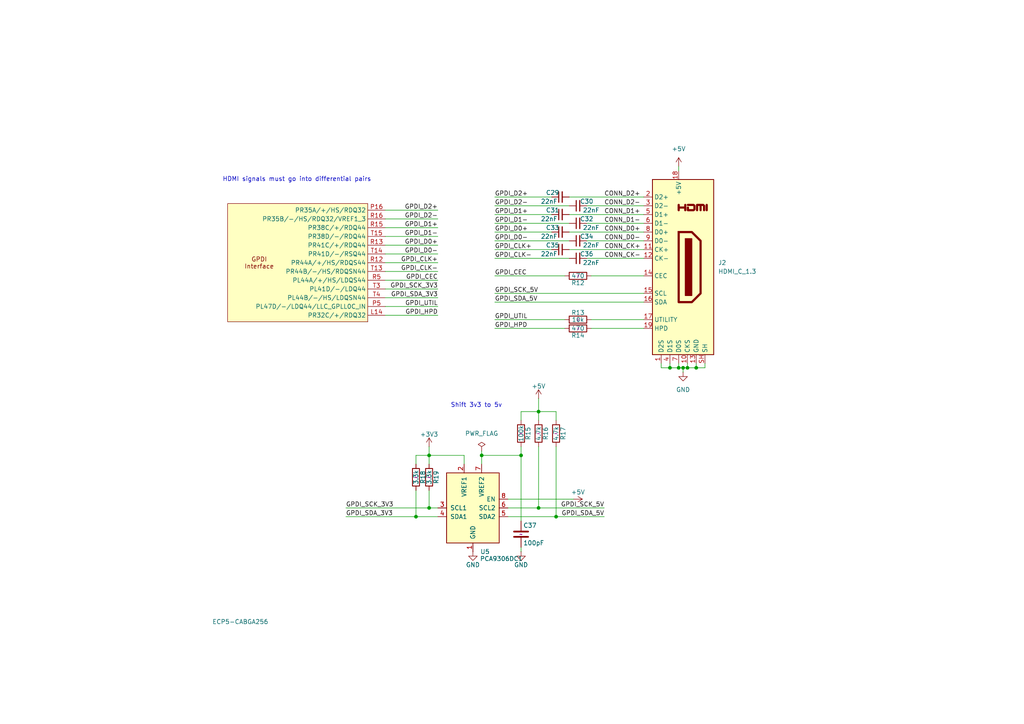
<source format=kicad_sch>
(kicad_sch (version 20250114) (generator "eeschema") (generator_version "9.0")
  (paper "A4")
  (title_block (title "Icepi zero") (date "2025-06-16") (rev "v1.2") (company "Chengyin Yao (cheyao)") (comment 1 "https://github.com/cheyao/icepi-zero") (comment 9 "OSHWA FR000026"))
  (lib_symbols
    (symbol "Connector:HDMI_C_1.3"
      (property "Reference" "J" (at -6.35 26.67 0))
      (property "Value" "HDMI_C_1.3" (at 10.16 26.67 0))
      (symbol "HDMI_C_1.3_0_0"
        (polyline (pts (xy 0 16.51) (xy 0 18.034) (xy 0 17.272) (xy 1.905 17.272) (xy 1.905 18.034) (xy 1.905 16.51)) (stroke (width 0.635)))
        (polyline (pts (xy 2.667 18.034) (xy 4.318 18.034) (xy 4.572 17.78) (xy 4.572 16.764) (xy 4.318 16.51) (xy 2.667 16.51) (xy 2.667 17.272)) (stroke (width 0.635)))
        (polyline (pts (xy 8.128 16.51) (xy 8.128 18.034)) (stroke (width 0.635)))
      )
      (symbol "HDMI_C_1.3_0_1"
        (rectangle (start -7.62 25.4) (end 10.16 -25.4) (stroke (width 0.254)) (fill (type background)))
        (polyline (pts (xy 0 10.16) (xy 3.81 10.16) (xy 6.35 7.62) (xy 6.35 -7.62) (xy 3.81 -10.16) (xy 0 -10.16) (xy 0 10.16)) (stroke (width 0.635)))
        (rectangle (start 1.905 8.255) (end 3.81 -8.255) (stroke (width 0.254)) (fill (type outline)))
        (polyline (pts (xy 5.334 16.51) (xy 5.334 18.034) (xy 6.35 18.034) (xy 6.35 16.51) (xy 6.35 18.034) (xy 7.112 18.034) (xy 7.366 17.78) (xy 7.366 16.51)) (stroke (width 0.635)))
      )
      (symbol "HDMI_C_1.3_1_1"
        (pin passive line (at -10.16 20.32 0) (length 2.54) (name "D2+") (number "2"))
        (pin passive line (at -10.16 17.78 0) (length 2.54) (name "D2-") (number "3"))
        (pin passive line (at -10.16 15.24 0) (length 2.54) (name "D1+") (number "5"))
        (pin passive line (at -10.16 12.7 0) (length 2.54) (name "D1-") (number "6"))
        (pin passive line (at -10.16 10.16 0) (length 2.54) (name "D0+") (number "8"))
        (pin passive line (at -10.16 7.62 0) (length 2.54) (name "D0-") (number "9"))
        (pin passive line (at -10.16 5.08 0) (length 2.54) (name "CK+") (number "11"))
        (pin passive line (at -10.16 2.54 0) (length 2.54) (name "CK-") (number "12"))
        (pin bidirectional line (at -10.16 -2.54 0) (length 2.54) (name "CEC") (number "14"))
        (pin passive line (at -10.16 -7.62 0) (length 2.54) (name "SCL") (number "15"))
        (pin bidirectional line (at -10.16 -10.16 0) (length 2.54) (name "SDA") (number "16"))
        (pin passive line (at -10.16 -15.24 0) (length 2.54) (name "UTILITY") (number "17"))
        (pin passive line (at -10.16 -17.78 0) (length 2.54) (name "HPD") (number "19"))
        (pin power_in line (at -5.08 -27.94 90) (length 2.54) (name "D2S") (number "1"))
        (pin power_in line (at -2.54 -27.94 90) (length 2.54) (name "D1S") (number "4"))
        (pin power_in line (at 0 27.94 270) (length 2.54) (name "+5V") (number "18"))
        (pin power_in line (at 0 -27.94 90) (length 2.54) (name "D0S") (number "7"))
        (pin power_in line (at 2.54 -27.94 90) (length 2.54) (name "CKS") (number "10"))
        (pin power_in line (at 5.08 -27.94 90) (length 2.54) (name "GND") (number "13"))
        (pin passive line (at 7.62 -27.94 90) (length 2.54) (name "SH") (number "SH"))
      )
    )
    (symbol "Device:C" (pin_numbers (hide yes)) (pin_names (offset 0.254))
      (property "Reference" "C" (at 0.635 2.54 0))
      (property "Value" "C" (at 0.635 -2.54 0))
      (symbol "C_0_1"
        (polyline (pts (xy -2.032 0.762) (xy 2.032 0.762)) (stroke (width 0.508)))
        (polyline (pts (xy -2.032 -0.762) (xy 2.032 -0.762)) (stroke (width 0.508)))
      )
      (symbol "C_1_1"
        (pin passive line (at 0 3.81 270) (length 2.794) (name "~") (number "1"))
        (pin passive line (at 0 -3.81 90) (length 2.794) (name "~") (number "2"))
      )
    )
    (symbol "Device:C_Small" (pin_numbers (hide yes)) (pin_names (offset 0.254) (hide yes))
      (property "Reference" "C" (at 0.254 1.778 0))
      (property "Value" "C_Small" (at 0.254 -2.032 0))
      (symbol "C_Small_0_1"
        (polyline (pts (xy -1.524 0.508) (xy 1.524 0.508)) (stroke (width 0.3048)))
        (polyline (pts (xy -1.524 -0.508) (xy 1.524 -0.508)) (stroke (width 0.3302)))
      )
      (symbol "C_Small_1_1"
        (pin passive line (at 0 2.54 270) (length 2.032) (name "~") (number "1"))
        (pin passive line (at 0 -2.54 90) (length 2.032) (name "~") (number "2"))
      )
    )
    (symbol "Device:R" (pin_numbers (hide yes)) (pin_names (offset 0))
      (property "Reference" "R" (at 2.032 0 90))
      (property "Value" "R" (at 0 0 90))
      (symbol "R_0_1"
        (rectangle (start -1.016 -2.54) (end 1.016 2.54) (stroke (width 0.254)))
      )
      (symbol "R_1_1"
        (pin passive line (at 0 3.81 270) (length 1.27) (name "~") (number "1"))
        (pin passive line (at 0 -3.81 90) (length 1.27) (name "~") (number "2"))
      )
    )
    (symbol "Interface:PCA9306DC1" (pin_names (offset 1.016))
      (property "Reference" "U" (at -7.62 11.43 0))
      (property "Value" "PCA9306DC1" (at 3.81 11.43 0))
      (symbol "PCA9306DC1_0_1"
        (rectangle (start -7.62 10.16) (end 7.62 -10.16) (stroke (width 0.254)) (fill (type background)))
      )
      (symbol "PCA9306DC1_1_1"
        (pin bidirectional line (at -10.16 0 0) (length 2.54) (name "SCL1") (number "3"))
        (pin bidirectional line (at -10.16 -2.54 0) (length 2.54) (name "SDA1") (number "4"))
        (pin power_in line (at -2.54 12.7 270) (length 2.54) (name "VREF1") (number "2"))
        (pin power_in line (at 0 -12.7 90) (length 2.54) (name "GND") (number "1"))
        (pin power_in line (at 2.54 12.7 270) (length 2.54) (name "VREF2") (number "7"))
        (pin input line (at 10.16 2.54 180) (length 2.54) (name "EN") (number "8"))
        (pin bidirectional line (at 10.16 0 180) (length 2.54) (name "SCL2") (number "6"))
        (pin bidirectional line (at 10.16 -2.54 180) (length 2.54) (name "SDA2") (number "5"))
      )
    )
    (symbol "icepi-lib:LFE5U-25F-6BG256x"
      (property "Value" "ECP5-CABGA256" (at 8.4933 -104.14 0))
      (symbol "LFE5U-25F-6BG256x_1_1"
        (rectangle (start -47.625 10.16) (end 47.625 -10.16) (fill (type background)))
        (text "Power Block" (at -0.254 0 0) (effects (font (size 1.27 1.27))))
        (pin power_in line (at -45.72 15.24 270) (length 5.08) (name "VCC") (number "G6"))
        (pin power_in line (at -43.18 15.24 270) (length 5.08) (name "VCC") (number "G7"))
        (pin power_in line (at -40.64 15.24 270) (length 5.08) (name "VCC") (number "L8"))
        (pin power_in line (at -38.1 15.24 270) (length 5.08) (name "VCC") (number "L9"))
        (pin power_in line (at -35.56 15.24 270) (length 5.08) (name "VCC") (number "G9"))
        (pin power_in line (at -35.56 -15.24 90) (length 5.08) (name "GND") (number "A16"))
        (pin power_in line (at -33.02 15.24 270) (length 5.08) (name "VCC") (number "L10"))
        (pin power_in line (at -33.02 -15.24 90) (length 5.08) (name "GND") (number "H16"))
        (pin power_in line (at -30.48 -15.24 90) (length 5.08) (name "GND") (number "T16"))
        (pin power_in line (at -27.94 -15.24 90) (length 5.08) (name "GND") (number "D15"))
        (pin power_in line (at -25.4 15.24 270) (length 5.08) (name "VCCAUX") (number "L7"))
        (pin power_in line (at -25.4 -15.24 90) (length 5.08) (name "GND") (number "N15"))
        (pin power_in line (at -22.86 15.24 270) (length 5.08) (name "VCCAUX") (number "G11"))
        (pin power_in line (at -22.86 -15.24 90) (length 5.08) (name "GND") (number "T12"))
        (pin power_in line (at -20.32 -15.24 90) (length 5.08) (name "GND") (number "G10"))
        (pin power_in line (at -17.78 -15.24 90) (length 5.08) (name "GND") (number "H10"))
        (pin power_in line (at -15.24 15.24 270) (length 5.08) (name "VCCIO0") (number "F6"))
        (pin power_in line (at -15.24 -15.24 90) (length 5.08) (name "GND") (number "J10"))
        (pin power_in line (at -12.7 15.24 270) (length 5.08) (name "VCCIO0") (number "F7"))
        (pin power_in line (at -12.7 -15.24 90) (length 5.08) (name "GND") (number "K10"))
        (pin power_in line (at -10.16 -15.24 90) (length 5.08) (name "GND") (number "F9"))
        (pin power_in line (at -7.62 -15.24 90) (length 5.08) (name "GND") (number "H9"))
        (pin power_in line (at -5.08 15.24 270) (length 5.08) (name "VCCIO1") (number "F10"))
        (pin power_in line (at -5.08 -15.24 90) (length 5.08) (name "GND") (number "J9"))
        (pin power_in line (at -2.54 15.24 270) (length 5.08) (name "VCCIO1") (number "F11"))
        (pin power_in line (at -2.54 -15.24 90) (length 5.08) (name "GND") (number "K9"))
        (pin power_in line (at 0 -15.24 90) (length 5.08) (name "GND") (number "F8"))
        (pin power_in line (at 2.54 -15.24 90) (length 5.08) (name "GND") (number "G8"))
        (pin power_in line (at 5.08 15.24 270) (length 5.08) (name "VCCIO2") (number "J11"))
        (pin power_in line (at 5.08 -15.24 90) (length 5.08) (name "GND") (number "H8"))
        (pin power_in line (at 7.62 15.24 270) (length 5.08) (name "VCCIO2") (number "H11"))
        (pin power_in line (at 7.62 -15.24 90) (length 5.08) (name "GND") (number "J8"))
        (pin power_in line (at 10.16 -15.24 90) (length 5.08) (name "GND") (number "K8"))
        (pin power_in line (at 12.7 -15.24 90) (length 5.08) (name "GND") (number "K7"))
        (pin power_in line (at 15.24 15.24 270) (length 5.08) (name "VCCIO3") (number "L11"))
        (pin power_in line (at 15.24 -15.24 90) (length 5.08) (name "GND") (number "K6"))
        (pin power_in line (at 17.78 15.24 270) (length 5.08) (name "VCCIO3") (number "K11"))
        (pin power_in line (at 17.78 -15.24 90) (length 5.08) (name "GND") (number "T5"))
        (pin power_in line (at 20.32 -15.24 90) (length 5.08) (name "GND") (number "D2"))
        (pin power_in line (at 22.86 -15.24 90) (length 5.08) (name "GND") (number "N2"))
        (pin power_in line (at 25.4 15.24 270) (length 5.08) (name "VCCIO6") (number "J6"))
        (pin power_in line (at 25.4 -15.24 90) (length 5.08) (name "GND") (number "A1"))
        (pin power_in line (at 27.94 15.24 270) (length 5.08) (name "VCCIO6") (number "J7"))
        (pin power_in line (at 27.94 -15.24 90) (length 5.08) (name "GND") (number "H1"))
        (pin power_in line (at 30.48 -15.24 90) (length 5.08) (name "GND") (number "T1"))
        (pin power_in line (at 35.56 15.24 270) (length 5.08) (name "VCCIO7") (number "H6"))
        (pin power_in line (at 38.1 15.24 270) (length 5.08) (name "VCCIO7") (number "H7"))
        (pin power_in line (at 45.72 15.24 270) (length 5.08) (name "VCCIO8") (number "L6"))
      )
      (symbol "LFE5U-25F-6BG256x_2_1"
        (rectangle (start -7.62 5.715) (end 7.62 -5.715) (fill (type background)))
        (text "JTAG\nInterface" (at 2.032 0 0) (effects (font (size 1.27 1.27))))
        (pin output line (at -12.7 3.81 0) (length 5.08) (name "TDO") (number "M10"))
        (pin input line (at -12.7 1.27 0) (length 5.08) (name "TDI") (number "R11"))
        (pin input line (at -12.7 -1.27 0) (length 5.08) (name "TCK") (number "T10"))
        (pin input line (at -12.7 -3.81 0) (length 5.08) (name "TMS") (number "T11"))
      )
      (symbol "LFE5U-25F-6BG256x_3_1"
        (rectangle (start -25.4 8.255) (end 25.4 -8.255) (fill (type background)))
        (text "SysIO Config block" (at 8.89 -0.254 0) (effects (font (size 1.27 1.27))))
        (pin bidirectional line (at -30.48 6.35 0) (length 5.08) (name "PB15A/+/HOLDN/DI/BUSY/CSSPIN/CEN") (number "N8"))
        (pin bidirectional line (at -30.48 3.81 0) (length 5.08) (name "CCLK/MCLK/SCK") (number "N9"))
        (pin bidirectional line (at -30.48 1.27 0) (length 5.08) (name "PB11B/-/D0/MOSI/IO0") (number "T8"))
        (pin bidirectional line (at -30.48 -1.27 0) (length 5.08) (name "PB11A/+/D1/MISO/IO1") (number "T7"))
        (pin bidirectional line (at -30.48 -3.81 0) (length 5.08) (name "PL9B/-/D2/IO2") (number "M7"))
        (pin bidirectional line (at -30.48 -6.35 0) (length 5.08) (name "PL9A/+/D3/IO3") (number "N7"))
        (pin input line (at 30.48 6.35 180) (length 5.08) (name "CFG_0") (number "N10"))
        (pin input line (at 30.48 3.81 180) (length 5.08) (name "CFG_1") (number "P10"))
        (pin input line (at 30.48 1.27 180) (length 5.08) (name "CPG_2") (number "R10"))
        (pin output line (at 30.48 -1.27 180) (length 5.08) (name "DONE") (number "P9"))
        (pin bidirectional line (at 30.48 -3.81 180) (length 5.08) (name "INITN") (number "T9"))
        (pin bidirectional line (at 30.48 -6.35 180) (length 5.08) (name "PROGRAMN") (number "R9"))
      )
      (symbol "LFE5U-25F-6BG256x_4_1"
        (rectangle (start -20.32 17.145) (end 20.32 -17.145) (fill (type background)))
        (text "GPDI\nInterface" (at 11.176 0 0) (effects (font (size 1.27 1.27))))
        (pin bidirectional line (at -25.4 15.24 0) (length 5.08) (name "PR35A/+/HS/RDQ32") (number "P16"))
        (pin bidirectional line (at -25.4 12.7 0) (length 5.08) (name "PR35B/-/HS/RDQ32/VREF1_3") (number "R16"))
        (pin bidirectional line (at -25.4 10.16 0) (length 5.08) (name "PR38C/+/RDQ44") (number "R15"))
        (pin bidirectional line (at -25.4 7.62 0) (length 5.08) (name "PR38D/-/RDQ44") (number "T15"))
        (pin bidirectional line (at -25.4 5.08 0) (length 5.08) (name "PR41C/+/RDQ44") (number "R13"))
        (pin bidirectional line (at -25.4 2.54 0) (length 5.08) (name "PR41D/-/RSQ44") (number "T14"))
        (pin bidirectional line (at -25.4 0 0) (length 5.08) (name "PR44A/+/HS/RDQS44") (number "R12"))
        (pin bidirectional line (at -25.4 -2.54 0) (length 5.08) (name "PR44B/-/HS/RDQSN44") (number "T13"))
        (pin bidirectional line (at -25.4 -5.08 0) (length 5.08) (name "PL44A/+/HS/LDQS44") (number "R5"))
        (pin bidirectional line (at -25.4 -7.62 0) (length 5.08) (name "PL41D/-/LDQ44") (number "T3"))
        (pin bidirectional line (at -25.4 -10.16 0) (length 5.08) (name "PL44B/-/HS/LDQSN44") (number "T4"))
        (pin bidirectional line (at -25.4 -12.7 0) (length 5.08) (name "PL47D/-/LDQ44/LLC_GPLL0C_IN") (number "P5"))
        (pin bidirectional line (at -25.4 -15.24 0) (length 5.08) (name "PR32C/+/RDQ32") (number "L14"))
      )
      (symbol "LFE5U-25F-6BG256x_5_1"
        (rectangle (start -20.32 20.955) (end 19.685 -18.415) (fill (type background)))
        (text "USB/UART\nInterface" (at 10.16 0 0) (effects (font (size 1.27 1.27))))
        (pin bidirectional line (at -25.4 19.05 0) (length 5.08) (name "PR23C/-/RDQ20/PCLKT2_0") (number "K16"))
        (pin bidirectional line (at -25.4 16.51 0) (length 5.08) (name "PR23D/-/RDQ20/PCLKC2_0") (number "K15"))
        (pin bidirectional line (at -25.4 13.97 0) (length 5.08) (name "PB18A/WRITEN") (number "M9"))
        (pin bidirectional line (at -25.4 11.43 0) (length 5.08) (name "PR26A/+/HS/RDQ32/PCLKT3_1") (number "L16"))
        (pin bidirectional line (at -25.4 8.89 0) (length 5.08) (name "PR26B/-/HS/RDQ32/PCLKC3_1") (number "L15"))
        (pin bidirectional line (at -25.4 3.81 0) (length 5.08) (name "PR11C/+/RDQ8") (number "F15"))
        (pin bidirectional line (at -25.4 1.27 0) (length 5.08) (name "PR11D/-/RDQ8") (number "E16"))
        (pin bidirectional line (at -25.4 -1.27 0) (length 5.08) (name "PR14B/-/HS/RDQ20") (number "G15"))
        (pin bidirectional line (at -25.4 -3.81 0) (length 5.08) (name "PR14D/-/RDQ20") (number "H14"))
        (pin bidirectional line (at -25.4 -8.89 0) (length 5.08) (name "PR23A/+/HS/RDQ20/PCLKT2_1") (number "J16"))
        (pin bidirectional line (at -25.4 -11.43 0) (length 5.08) (name "PR23B/-/HS/RDQ20/PCLKC2_1") (number "J15"))
        (pin bidirectional line (at -25.4 -13.97 0) (length 5.08) (name "PR5C/+/RDQ8") (number "E14"))
        (pin bidirectional line (at -25.4 -16.51 0) (length 5.08) (name "PT51B/-") (number "E11"))
      )
      (symbol "LFE5U-25F-6BG256x_6_1"
        (rectangle (start -25.4 33.02) (end 25.4 -33.02) (fill (type background)))
        (text "SDRAM\nInterface" (at 0.254 29.464 0) (effects (font (size 1.27 1.27))))
        (pin bidirectional line (at -30.48 30.48 0) (length 5.08) (name "PT53A/+") (number "A11"))
        (pin bidirectional line (at -30.48 27.94 0) (length 5.08) (name "PT49A/+") (number "B11"))
        (pin bidirectional line (at -30.48 22.86 0) (length 5.08) (name "PT44A/+") (number "B10"))
        (pin bidirectional line (at -30.48 20.32 0) (length 5.08) (name "PT42A/+") (number "A9"))
        (pin bidirectional line (at -30.48 17.78 0) (length 5.08) (name "PT38A/+/GR_PCLK1_0") (number "B9"))
        (pin bidirectional line (at -30.48 15.24 0) (length 5.08) (name "PT29B/-/PCLKC0_0") (number "A8"))
        (pin bidirectional line (at -30.48 12.7 0) (length 5.08) (name "PT35B/-/PCLK1_0") (number "B8"))
        (pin bidirectional line (at -30.48 10.16 0) (length 5.08) (name "PT29A/+/PCLKT0_0") (number "A7"))
        (pin bidirectional line (at -30.48 7.62 0) (length 5.08) (name "PT27B/-/PCLKC0_1") (number "B7"))
        (pin bidirectional line (at -30.48 5.08 0) (length 5.08) (name "PT18B/-") (number "A6"))
        (pin bidirectional line (at -30.48 2.54 0) (length 5.08) (name "PT22B/-") (number "B6"))
        (pin bidirectional line (at -30.48 0 0) (length 5.08) (name "PT18A/+") (number "A5"))
        (pin bidirectional line (at -30.48 -2.54 0) (length 5.08) (name "PT42B/-") (number "A10"))
        (pin bidirectional line (at -30.48 -5.08 0) (length 5.08) (name "PT15B/-") (number "B5"))
        (pin bidirectional line (at -30.48 -7.62 0) (length 5.08) (name "PT6B/-") (number "A4"))
        (pin bidirectional line (at -30.48 -12.7 0) (length 5.08) (name "PT56A/+") (number "B12"))
        (pin bidirectional line (at -30.48 -15.24 0) (length 5.08) (name "PT11B/-") (number "B4"))
        (pin bidirectional line (at -30.48 -17.78 0) (length 5.08) (name "PT6A/+") (number "A3"))
        (pin bidirectional line (at -30.48 -20.32 0) (length 5.08) (name "PT67A/+") (number "B14"))
        (pin bidirectional line (at -30.48 -22.86 0) (length 5.08) (name "PT4B/-") (number "B3"))
        (pin bidirectional line (at -30.48 -25.4 0) (length 5.08) (name "PT65A/+") (number "A13"))
        (pin bidirectional line (at -30.48 -27.94 0) (length 5.08) (name "PT60A/+") (number "B13"))
        (pin bidirectional line (at -30.48 -30.48 0) (length 5.08) (name "PT53B/-") (number "A12"))
        (pin bidirectional line (at 30.48 30.48 180) (length 5.08) (name "PR2A/+/HS/RDQ8") (number "B16"))
        (pin bidirectional line (at 30.48 27.94 180) (length 5.08) (name "PR2C/+/RDQ8") (number "C14"))
        (pin bidirectional line (at 30.48 25.4 180) (length 5.08) (name "PR5A/+/HS/RDQ8") (number "C16"))
        (pin bidirectional line (at 30.48 22.86 180) (length 5.08) (name "PR5B/-/HS/RDQ8") (number "C15"))
        (pin bidirectional line (at 30.48 20.32 180) (length 5.08) (name "PR8A/+/HS/RDQS8") (number "D16"))
        (pin bidirectional line (at 30.48 17.78 180) (length 5.08) (name "PT67B/-") (number "A15"))
        (pin bidirectional line (at 30.48 15.24 180) (length 5.08) (name "PR2B/-/HS/RDQ8/S0_IN") (number "B15"))
        (pin bidirectional line (at 30.48 12.7 180) (length 5.08) (name "PT65B/-") (number "A14"))
        (pin bidirectional line (at 30.48 10.16 180) (length 5.08) (name "PT4A/+") (number "A2"))
        (pin bidirectional line (at 30.48 7.62 180) (length 5.08) (name "PL2B/-/HS/LDQ8") (number "B2"))
        (pin bidirectional line (at 30.48 5.08 180) (length 5.08) (name "PL8B/-/HS/LDQSN8") (number "E2"))
        (pin bidirectional line (at 30.48 2.54 180) (length 5.08) (name "PL8A/+/HS/LDQS8") (number "D1"))
        (pin bidirectional line (at 30.48 0 180) (length 5.08) (name "PL5B/-/HS/LDQ8") (number "C2"))
        (pin bidirectional line (at 30.48 -2.54 180) (length 5.08) (name "PL5A/+/HS/LDQ8") (number "C1"))
        (pin bidirectional line (at 30.48 -5.08 180) (length 5.08) (name "PL2C/+/LDQ8") (number "C3"))
        (pin bidirectional line (at 30.48 -7.62 180) (length 5.08) (name "PL2A/+/HS/LDQ8") (number "B1"))
      )
      (symbol "LFE5U-25F-6BG256x_7_1"
        (rectangle (start -19.05 10.16) (end 19.05 -10.16) (fill (type background)))
        (text "uSD\nInterface" (at 13.462 0 0) (effects (font (size 1.27 1.27))))
        (pin bidirectional line (at -24.13 7.62 0) (length 5.08) (name "PR38B/-/HS/RDQ44") (number "P14"))
        (pin bidirectional line (at -24.13 5.08 0) (length 5.08) (name "PR41B/-/HS/RDQ44") (number "R14"))
        (pin bidirectional line (at -24.13 2.54 0) (length 5.08) (name "PR26D/-/RDQ32/PCLKC3_0") (number "M15"))
        (pin bidirectional line (at -24.13 0 0) (length 5.08) (name "PR32D/-/RDQ32") (number "M14"))
        (pin bidirectional line (at -24.13 -2.54 0) (length 5.08) (name "PR32A/+/HS/RDQS32") (number "N16"))
        (pin bidirectional line (at -24.13 -5.08 0) (length 5.08) (name "PR32B/-/HS/RDQSN32") (number "P15"))
        (pin bidirectional line (at -24.13 -7.62 0) (length 5.08) (name "PR26C/+/RDQ32/PCLKT3_0") (number "M16"))
      )
      (symbol "LFE5U-25F-6BG256x_8_1"
        (rectangle (start -34.29 23.495) (end 34.29 -26.035) (fill (type background)))
        (text "GPIO\nInterface" (at -0.508 20.828 0) (effects (font (size 1.27 1.27))))
        (pin bidirectional line (at -39.37 21.59 0) (length 5.08) (name "PL38D/-/LDQ44") (number "T2"))
        (pin bidirectional line (at -39.37 19.05 0) (length 5.08) (name "PL38C/+/LDQ44") (number "R2"))
        (pin bidirectional line (at -39.37 16.51 0) (length 5.08) (name "PL35B/-/HS/LDQ32/VREF1_6") (number "R1"))
        (pin bidirectional line (at -39.37 11.43 0) (length 5.08) (name "PL41B/-/HS/LDQ44") (number "R3"))
        (pin bidirectional line (at -39.37 8.89 0) (length 5.08) (name "PL38B/-/HS/LDQ44") (number "P3"))
        (pin bidirectional line (at -39.37 6.35 0) (length 5.08) (name "PL32B/-/HS/LDQSN32") (number "P2"))
        (pin bidirectional line (at -39.37 1.27 0) (length 5.08) (name "PL26B/-/HS/LDQ32/PCLKC6_1") (number "L2"))
        (pin bidirectional line (at -39.37 -1.27 0) (length 5.08) (name "PL23A/+/HS/LDQ20/PCLKT7") (number "J1"))
        (pin bidirectional line (at -39.37 -3.81 0) (length 5.08) (name "PL14B/-/HS/LDQ20") (number "G2"))
        (pin bidirectional line (at -39.37 -8.89 0) (length 5.08) (name "PL14C/+/LDQ20/VREF1_7") (number "G3"))
        (pin bidirectional line (at -39.37 -11.43 0) (length 5.08) (name "PL11D/-/LDQ8") (number "E1"))
        (pin bidirectional line (at -39.37 -13.97 0) (length 5.08) (name "PL5D/-/LDQ8") (number "F3"))
        (pin bidirectional line (at -39.37 -16.51 0) (length 5.08) (name "PL5C/+/LDQ8") (number "E3"))
        (pin bidirectional line (at -39.37 -19.05 0) (length 5.08) (name "PT9A/+") (number "E4"))
        (pin bidirectional line (at -39.37 -21.59 0) (length 5.08) (name "PT9B/-") (number "D4"))
        (pin bidirectional line (at 39.37 16.51 180) (length 5.08) (name "PL35A/+/HS/LDQ32") (number "P1"))
        (pin bidirectional line (at 39.37 13.97 180) (length 5.08) (name "PL32A/+/HS/LDQS32") (number "N1"))
        (pin bidirectional line (at 39.37 11.43 180) (length 5.08) (name "PL38A/+/HS/LDQ44") (number "N4"))
        (pin bidirectional line (at 39.37 6.35 180) (length 5.08) (name "PL26C/+/LDQ32/PCLKT6_0") (number "M1"))
        (pin bidirectional line (at 39.37 3.81 180) (length 5.08) (name "PL26A/+/HS/LDQ32/PCLKT6_1") (number "L1"))
        (pin bidirectional line (at 39.37 -1.27 180) (length 5.08) (name "PL23B/-/HS/LDQ20/PCLKC7_1") (number "J2"))
        (pin bidirectional line (at 39.37 -3.81 180) (length 5.08) (name "PL20C/+/LDQS20/GR_PCLK7_0") (number "H2"))
        (pin bidirectional line (at 39.37 -6.35 180) (length 5.08) (name "PL20A/+/HS/LDQS20/GR_PCLK7_1") (number "G1"))
        (pin bidirectional line (at 39.37 -8.89 180) (length 5.08) (name "PL20D/-/LDQS20") (number "K3"))
        (pin bidirectional line (at 39.37 -13.97 180) (length 5.08) (name "PL20B/-/HS/LDQSN20") (number "J3"))
        (pin bidirectional line (at 39.37 -19.05 180) (length 5.08) (name "PL14D/-/lDQ20") (number "H3"))
        (pin bidirectional line (at 39.37 -21.59 180) (length 5.08) (name "PL14A/+/HS/LDQ20") (number "F1"))
        (pin bidirectional line (at 39.37 -24.13 180) (length 5.08) (name "PL11C/+/LDQ8") (number "F2"))
      )
      (symbol "LFE5U-25F-6BG256x_9_1"
        (rectangle (start -15.24 17.145) (end 15.24 -17.145) (fill (type background)))
        (text "MISC\nInterface" (at 6.604 2.54 0) (effects (font (size 1.27 1.27))))
        (pin bidirectional line (at -20.32 15.24 0) (length 5.08) (name "PT11A/+") (number "C4"))
        (pin bidirectional line (at -20.32 12.7 0) (length 5.08) (name "PT15A/+") (number "C5"))
        (pin bidirectional line (at -20.32 7.62 0) (length 5.08) (name "PT62B/-") (number "E13"))
        (pin bidirectional line (at -20.32 5.08 0) (length 5.08) (name "PR2D/-/RDQ8") (number "D14"))
        (pin bidirectional line (at -20.32 2.54 0) (length 5.08) (name "PT58B/-") (number "E12"))
        (pin bidirectional line (at -20.32 0 0) (length 5.08) (name "PT60B/-") (number "C13"))
        (pin bidirectional line (at -20.32 -2.54 0) (length 5.08) (name "PT62A/+") (number "D13"))
        (pin bidirectional line (at -20.32 -7.62 0) (length 5.08) (name "PT27A/+/PCLKT0_1") (number "C7"))
        (pin bidirectional line (at -20.32 -10.16 0) (length 5.08) (name "PT35A/+/PCLKT1_0") (number "C8"))
        (pin bidirectional line (at -20.32 -15.24 0) (length 5.08) (name "PL26D/-/LDQ32/PCLK6_0") (number "M2"))
      )
      (symbol "LFE5U-25F-6BG256x_10_1"
        (rectangle (start -53.34 38.1) (end 52.705 -40.005) (fill (type background)))
        (text "Unused I/O" (at -1.524 0.254 0) (effects (font (size 1.27 1.27))))
        (pin bidirectional line (at -58.42 30.48 0) (length 5.08) (name "PL2D/-/LDQ8") (number "D3"))
        (pin bidirectional line (at -58.42 27.94 0) (length 5.08) (name "PL8C/+/LDQ8") (number "F4"))
        (pin bidirectional line (at -58.42 25.4 0) (length 5.08) (name "PL8D/-/LDQ8") (number "F5"))
        (pin bidirectional line (at -58.42 22.86 0) (length 5.08) (name "PL11A/+/HS/LDQ8") (number "G5"))
        (pin bidirectional line (at -58.42 20.32 0) (length 5.08) (name "PL11B/-/HS/LDQ8") (number "G4"))
        (pin bidirectional line (at -58.42 17.78 0) (length 5.08) (name "PL17A/+/HS/LDQ20") (number "H5"))
        (pin bidirectional line (at -58.42 15.24 0) (length 5.08) (name "PL17B/-/HS/LDQ20") (number "H4"))
        (pin bidirectional line (at -58.42 12.7 0) (length 5.08) (name "PL17C/+/LDQ20") (number "J4"))
        (pin bidirectional line (at -58.42 10.16 0) (length 5.08) (name "PL17D/-/LDQ20") (number "J5"))
        (pin bidirectional line (at -58.42 7.62 0) (length 5.08) (name "PL23C/+/LDQ20/PCLKT7_0") (number "K1"))
        (pin bidirectional line (at -58.42 5.08 0) (length 5.08) (name "PL23D/-/LDQ20/PCLKC7_0") (number "K2"))
        (pin bidirectional line (at -58.42 2.54 0) (length 5.08) (name "PL29A/+/HS/LDQ32/GR_PCLK6_0") (number "K4"))
        (pin bidirectional line (at -58.42 0 0) (length 5.08) (name "PL29B/-/HS/LDQ32") (number "K5"))
        (pin bidirectional line (at -58.42 -2.54 0) (length 5.08) (name "PL29C/+/LDQ32/GR_PCLK6_1") (number "L4"))
        (pin bidirectional line (at -58.42 -5.08 0) (length 5.08) (name "PL29D/-/LDQ32") (number "L5"))
        (pin bidirectional line (at -58.42 -7.62 0) (length 5.08) (name "PL32C/+/LDQ32") (number "L3"))
        (pin bidirectional line (at -58.42 -10.16 0) (length 5.08) (name "PL32D/-/LDQ32") (number "M3"))
        (pin bidirectional line (at -58.42 -12.7 0) (length 5.08) (name "PL35C/+/LDQ32") (number "M4"))
        (pin bidirectional line (at -58.42 -15.24 0) (length 5.08) (name "PL35D/-/LDQ32") (number "N3"))
        (pin bidirectional line (at -58.42 -17.78 0) (length 5.08) (name "PL41A/+/HS/LDQ44") (number "P4"))
        (pin bidirectional line (at -58.42 -20.32 0) (length 5.08) (name "PL41C/+/LD44") (number "R4"))
        (pin bidirectional line (at -58.42 -22.86 0) (length 5.08) (name "PL44C/+/LDQ44") (number "M5"))
        (pin bidirectional line (at -58.42 -25.4 0) (length 5.08) (name "PL44D/-/LDQ44") (number "N5"))
        (pin bidirectional line (at -58.42 -27.94 0) (length 5.08) (name "PL47A/+/HS/LDQ44") (number "M6"))
        (pin bidirectional line (at -58.42 -30.48 0) (length 5.08) (name "PL47B/-/HS/LDQ44") (number "N6"))
        (pin bidirectional line (at -58.42 -33.02 0) (length 5.08) (name "PL47C/+/LDQ44/LLC+GPLL0T_IN") (number "P6"))
        (pin bidirectional line (at -27.94 43.18 270) (length 5.08) (name "PT13B/-") (number "D5"))
        (pin bidirectional line (at -25.4 43.18 270) (length 5.08) (name "PT13A/+") (number "E5"))
        (pin bidirectional line (at -22.86 43.18 270) (length 5.08) (name "PT20B/-") (number "D6"))
        (pin bidirectional line (at -20.32 43.18 270) (length 5.08) (name "PT20A/+") (number "E6"))
        (pin bidirectional line (at -17.78 43.18 270) (length 5.08) (name "PT22A/+") (number "C6"))
        (pin bidirectional line (at -15.24 43.18 270) (length 5.08) (name "PT24B/-/GR_PCLK0_0") (number "D7"))
        (pin bidirectional line (at -12.7 43.18 270) (length 5.08) (name "PT24A/+/GR_PCLK0_1") (number "E7"))
        (pin bidirectional line (at -10.16 43.18 270) (length 5.08) (name "PT33B/-/PCLKC1_1") (number "D8"))
        (pin bidirectional line (at -8.89 -45.085 90) (length 5.08) (name "PB15B/0/DOUT/CSON") (number "M8"))
        (pin bidirectional line (at -7.62 43.18 270) (length 5.08) (name "PT33A/+/PCLKT1_1") (number "E8"))
        (pin bidirectional line (at -6.35 -45.085 90) (length 5.08) (name "PB13B/-/CS1N") (number "P8"))
        (pin bidirectional line (at -5.08 43.18 270) (length 5.08) (name "PT38B/-/GR_PCLK1_1") (number "C9"))
        (pin bidirectional line (at -3.81 -45.085 90) (length 5.08) (name "PB13A/+/SN/CSN") (number "R8"))
        (pin bidirectional line (at -2.54 43.18 270) (length 5.08) (name "PT40B/-") (number "E9"))
        (pin bidirectional line (at -1.27 -45.085 90) (length 5.08) (name "PB6B/-/D4/MOSI2/IO4") (number "P7"))
        (pin bidirectional line (at 0 43.18 270) (length 5.08) (name "PT40A/+") (number "D9"))
        (pin bidirectional line (at 1.27 -45.085 90) (length 5.08) (name "PB6A/+/D5/MISO2/IO5") (number "R7"))
        (pin bidirectional line (at 2.54 43.18 270) (length 5.08) (name "PT44B/-") (number "C10"))
        (pin bidirectional line (at 3.81 -45.085 90) (length 5.08) (name "PB4B/0/D6/IO6") (number "R6"))
        (pin bidirectional line (at 5.08 43.18 270) (length 5.08) (name "PT47B/-") (number "E10"))
        (pin bidirectional line (at 6.35 -45.085 90) (length 5.08) (name "PB4A/+/D7/IO7") (number "T6"))
        (pin bidirectional line (at 7.62 43.18 270) (length 5.08) (name "PT47A/+") (number "D10"))
        (pin bidirectional line (at 10.16 43.18 270) (length 5.08) (name "PT49B/-") (number "C11"))
        (pin bidirectional line (at 12.7 43.18 270) (length 5.08) (name "PT51A/+") (number "D11"))
        (pin bidirectional line (at 15.24 43.18 270) (length 5.08) (name "PT56B/-") (number "C12"))
        (pin bidirectional line (at 17.78 43.18 270) (length 5.08) (name "PT58A/+") (number "D12"))
        (pin bidirectional line (at 57.785 35.56 180) (length 5.08) (name "PR47A/+/HS/RSQ44") (number "M11"))
        (pin bidirectional line (at 57.785 33.02 180) (length 5.08) (name "PR47B/0/HS/RDQ44") (number "N11"))
        (pin bidirectional line (at 57.785 30.48 180) (length 5.08) (name "PR47C/+/RSQ44/LRC_GPLL0T_IN") (number "P11"))
        (pin bidirectional line (at 57.785 27.94 180) (length 5.08) (name "PR47D/-/RDQ44/LRC_GPLL0C_IN") (number "P12"))
        (pin bidirectional line (at 57.785 25.4 180) (length 5.08) (name "PR44C/+/RDQ44") (number "M12"))
        (pin bidirectional line (at 57.785 22.86 180) (length 5.08) (name "PR44D/-/RSQ44") (number "N12"))
        (pin bidirectional line (at 57.785 20.32 180) (length 5.08) (name "PR41A/+/HS/RDQ44") (number "P13"))
        (pin bidirectional line (at 57.785 17.78 180) (length 5.08) (name "PR38A/+/HS/RDQ44") (number "N13"))
        (pin bidirectional line (at 57.785 15.24 180) (length 5.08) (name "PR35C/+/RDQ32") (number "M13"))
        (pin bidirectional line (at 57.785 12.7 180) (length 5.08) (name "PR35D/-/RDQ32") (number "N14"))
        (pin bidirectional line (at 57.785 10.16 180) (length 5.08) (name "PR29A/+/HS/RDQ32/GR_PCLK3_0") (number "K13"))
        (pin bidirectional line (at 57.785 7.62 180) (length 5.08) (name "PR29B/-/HS/RDQ32") (number "K12"))
        (pin bidirectional line (at 57.785 5.08 180) (length 5.08) (name "PR29C/+/RDQ32/GR_PCLK3_1") (number "L13"))
        (pin bidirectional line (at 57.785 2.54 180) (length 5.08) (name "PR29D/-/RDQ32") (number "L12"))
        (pin bidirectional line (at 57.785 0 180) (length 5.08) (name "PR20A/+/HS/RDQS20/GR_PCLK2_1") (number "G16"))
        (pin bidirectional line (at 57.785 -2.54 180) (length 5.08) (name "PR20B/-/HS/RDQSN20") (number "H15"))
        (pin bidirectional line (at 57.785 -5.08 180) (length 5.08) (name "PR20C/+/RDQ20/GR_PCLK2_0") (number "J14"))
        (pin bidirectional line (at 57.785 -7.62 180) (length 5.08) (name "PR20D/-/RDQ20") (number "K14"))
        (pin bidirectional line (at 57.785 -10.16 180) (length 5.08) (name "PR17A/+/HS/RDQ20") (number "H12"))
        (pin bidirectional line (at 57.785 -12.7 180) (length 5.08) (name "PR17B/-/HS/RDQ20") (number "H13"))
        (pin bidirectional line (at 57.785 -15.24 180) (length 5.08) (name "PR17C/+/RDQ20") (number "J13"))
        (pin bidirectional line (at 57.785 -17.78 180) (length 5.08) (name "PR17D/-/RDQ20") (number "J12"))
        (pin bidirectional line (at 57.785 -20.32 180) (length 5.08) (name "PR14A/+/HS/RDQ20") (number "F16"))
        (pin bidirectional line (at 57.785 -22.86 180) (length 5.08) (name "PR14C/+/RDQ20/VREF1_2") (number "G14"))
        (pin bidirectional line (at 57.785 -25.4 180) (length 5.08) (name "PR11A/+/HS/RDQ8") (number "G12"))
        (pin bidirectional line (at 57.785 -27.94 180) (length 5.08) (name "PR11B/-/HS/RDQ8") (number "G13"))
        (pin bidirectional line (at 57.785 -30.48 180) (length 5.08) (name "PR8B/-/HS/RDQSN8") (number "E15"))
        (pin bidirectional line (at 57.785 -33.02 180) (length 5.08) (name "PR8C/+/RDQ8") (number "F13"))
        (pin bidirectional line (at 57.785 -35.56 180) (length 5.08) (name "PR8D/-/RDQ8") (number "F12"))
        (pin bidirectional line (at 57.785 -38.1 180) (length 5.08) (name "PR5D/-/RDQ8") (number "F14"))
      )
    )
    (symbol "power:+3V3" (power) (pin_numbers (hide yes)) (pin_names (offset 0) (hide yes))
      (property "Value" "+3V3" (at 0 3.556 0))
      (symbol "+3V3_0_1"
        (polyline (pts (xy -0.762 1.27) (xy 0 2.54)))
        (polyline (pts (xy 0 2.54) (xy 0.762 1.27)))
        (polyline (pts (xy 0 0) (xy 0 2.54)))
      )
      (symbol "+3V3_1_1"
        (pin power_in line (at 0 0 90) (length 0) (name "~") (number "1"))
      )
    )
    (symbol "power:+5V" (power) (pin_numbers (hide yes)) (pin_names (offset 0) (hide yes))
      (property "Value" "+5V" (at 0 3.556 0))
      (symbol "+5V_0_1"
        (polyline (pts (xy -0.762 1.27) (xy 0 2.54)))
        (polyline (pts (xy 0 2.54) (xy 0.762 1.27)))
        (polyline (pts (xy 0 0) (xy 0 2.54)))
      )
      (symbol "+5V_1_1"
        (pin power_in line (at 0 0 90) (length 0) (name "~") (number "1"))
      )
    )
    (symbol "power:GND" (power) (pin_numbers (hide yes)) (pin_names (offset 0) (hide yes))
      (property "Value" "GND" (at 0 -3.81 0))
      (symbol "GND_0_1"
        (polyline (pts (xy 0 0) (xy 0 -1.27) (xy 1.27 -1.27) (xy 0 -2.54) (xy -1.27 -1.27) (xy 0 -1.27)))
      )
      (symbol "GND_1_1"
        (pin power_in line (at 0 0 270) (length 0) (name "~") (number "1"))
      )
    )
    (symbol "power:PWR_FLAG" (power) (pin_numbers (hide yes)) (pin_names (offset 0) (hide yes))
      (property "Value" "PWR_FLAG" (at 0 3.81 0))
      (symbol "PWR_FLAG_0_0"
        (pin power_out line (at 0 0 90) (length 0) (name "~") (number "1"))
      )
      (symbol "PWR_FLAG_0_1"
        (polyline (pts (xy 0 0) (xy 0 1.27) (xy -1.016 1.905) (xy 0 2.54) (xy 1.016 1.905) (xy 0 1.27)))
      )
    )
  )
  (text "Shift 3v3 to 5v" (at 138.176 117.602 0) (effects (font (size 1.27 1.27))))
  (text "HDMI signals must go into differential pairs" (at 86.106 52.07 0) (effects (font (size 1.27 1.27))))
  (junction (at 196.85 106.68))
  (junction (at 151.13 132.08))
  (junction (at 194.31 106.68))
  (junction (at 120.65 149.86))
  (junction (at 156.21 119.38))
  (junction (at 139.7 132.08))
  (junction (at 198.12 106.68))
  (junction (at 201.93 106.68))
  (junction (at 124.46 147.32))
  (junction (at 199.39 106.68))
  (junction (at 161.29 149.86))
  (junction (at 124.46 132.08))
  (junction (at 156.21 147.32))
  (wire (pts (xy 194.31 106.68) (xy 191.77 106.68)))
  (wire (pts (xy 124.46 147.32) (xy 127 147.32)))
  (wire (pts (xy 165.1 57.15) (xy 186.69 57.15)))
  (wire (pts (xy 147.32 147.32) (xy 156.21 147.32)))
  (wire (pts (xy 120.65 134.62) (xy 120.65 132.08)))
  (wire (pts (xy 100.33 149.86) (xy 120.65 149.86)))
  (wire (pts (xy 165.1 72.39) (xy 186.69 72.39)))
  (wire (pts (xy 156.21 147.32) (xy 175.26 147.32)))
  (wire (pts (xy 111.76 91.44) (xy 127 91.44)))
  (wire (pts (xy 198.12 107.95) (xy 198.12 106.68)))
  (wire (pts (xy 143.51 72.39) (xy 160.02 72.39)))
  (wire (pts (xy 143.51 59.69) (xy 165.1 59.69)))
  (wire (pts (xy 143.51 69.85) (xy 165.1 69.85)))
  (wire (pts (xy 143.51 92.71) (xy 163.83 92.71)))
  (wire (pts (xy 156.21 119.38) (xy 156.21 121.92)))
  (wire (pts (xy 100.33 147.32) (xy 124.46 147.32)))
  (wire (pts (xy 124.46 132.08) (xy 134.62 132.08)))
  (wire (pts (xy 201.93 106.68) (xy 201.93 105.41)))
  (wire (pts (xy 111.76 60.96) (xy 127 60.96)))
  (wire (pts (xy 139.7 132.08) (xy 139.7 134.62)))
  (wire (pts (xy 170.18 69.85) (xy 186.69 69.85)))
  (wire (pts (xy 151.13 158.75) (xy 151.13 160.02)))
  (wire (pts (xy 151.13 132.08) (xy 151.13 151.13)))
  (wire (pts (xy 147.32 144.78) (xy 166.37 144.78)))
  (wire (pts (xy 147.32 149.86) (xy 161.29 149.86)))
  (wire (pts (xy 156.21 129.54) (xy 156.21 147.32)))
  (wire (pts (xy 198.12 106.68) (xy 199.39 106.68)))
  (wire (pts (xy 120.65 149.86) (xy 127 149.86)))
  (wire (pts (xy 196.85 48.26) (xy 196.85 49.53)))
  (wire (pts (xy 161.29 149.86) (xy 161.29 129.54)))
  (wire (pts (xy 201.93 106.68) (xy 204.47 106.68)))
  (wire (pts (xy 161.29 149.86) (xy 175.26 149.86)))
  (wire (pts (xy 198.12 106.68) (xy 196.85 106.68)))
  (wire (pts (xy 199.39 106.68) (xy 199.39 105.41)))
  (wire (pts (xy 124.46 129.54) (xy 124.46 132.08)))
  (wire (pts (xy 139.7 132.08) (xy 151.13 132.08)))
  (wire (pts (xy 170.18 74.93) (xy 186.69 74.93)))
  (wire (pts (xy 134.62 132.08) (xy 134.62 134.62)))
  (wire (pts (xy 143.51 64.77) (xy 165.1 64.77)))
  (wire (pts (xy 111.76 86.36) (xy 127 86.36)))
  (wire (pts (xy 143.51 74.93) (xy 165.1 74.93)))
  (wire (pts (xy 196.85 106.68) (xy 194.31 106.68)))
  (wire (pts (xy 143.51 62.23) (xy 160.02 62.23)))
  (wire (pts (xy 143.51 87.63) (xy 186.69 87.63)))
  (wire (pts (xy 151.13 129.54) (xy 151.13 132.08)))
  (wire (pts (xy 143.51 80.01) (xy 163.83 80.01)))
  (wire (pts (xy 170.18 64.77) (xy 186.69 64.77)))
  (wire (pts (xy 143.51 95.25) (xy 163.83 95.25)))
  (wire (pts (xy 111.76 78.74) (xy 127 78.74)))
  (wire (pts (xy 156.21 119.38) (xy 161.29 119.38)))
  (wire (pts (xy 165.1 62.23) (xy 186.69 62.23)))
  (wire (pts (xy 143.51 67.31) (xy 160.02 67.31)))
  (wire (pts (xy 199.39 106.68) (xy 201.93 106.68)))
  (wire (pts (xy 111.76 63.5) (xy 127 63.5)))
  (wire (pts (xy 111.76 81.28) (xy 127 81.28)))
  (wire (pts (xy 151.13 121.92) (xy 151.13 119.38)))
  (wire (pts (xy 111.76 68.58) (xy 127 68.58)))
  (wire (pts (xy 111.76 83.82) (xy 127 83.82)))
  (wire (pts (xy 139.7 130.81) (xy 139.7 132.08)))
  (wire (pts (xy 161.29 119.38) (xy 161.29 121.92)))
  (wire (pts (xy 171.45 92.71) (xy 186.69 92.71)))
  (wire (pts (xy 143.51 57.15) (xy 160.02 57.15)))
  (wire (pts (xy 196.85 106.68) (xy 196.85 105.41)))
  (wire (pts (xy 191.77 106.68) (xy 191.77 105.41)))
  (wire (pts (xy 120.65 142.24) (xy 120.65 149.86)))
  (wire (pts (xy 143.51 85.09) (xy 186.69 85.09)))
  (wire (pts (xy 111.76 88.9) (xy 127 88.9)))
  (wire (pts (xy 111.76 73.66) (xy 127 73.66)))
  (wire (pts (xy 194.31 106.68) (xy 194.31 105.41)))
  (wire (pts (xy 170.18 59.69) (xy 186.69 59.69)))
  (wire (pts (xy 156.21 115.57) (xy 156.21 119.38)))
  (wire (pts (xy 165.1 67.31) (xy 186.69 67.31)))
  (wire (pts (xy 171.45 95.25) (xy 186.69 95.25)))
  (wire (pts (xy 111.76 66.04) (xy 127 66.04)))
  (wire (pts (xy 111.76 71.12) (xy 127 71.12)))
  (wire (pts (xy 120.65 132.08) (xy 124.46 132.08)))
  (wire (pts (xy 124.46 132.08) (xy 124.46 134.62)))
  (wire (pts (xy 124.46 142.24) (xy 124.46 147.32)))
  (wire (pts (xy 171.45 80.01) (xy 186.69 80.01)))
  (wire (pts (xy 111.76 76.2) (xy 127 76.2)))
  (wire (pts (xy 151.13 119.38) (xy 156.21 119.38)))
  (wire (pts (xy 204.47 106.68) (xy 204.47 105.41)))
  (label "GPDI_D1+" (at 127 66.04 180))
  (label "GPDI_SDA_3V3" (at 127 86.36 180))
  (label "GPDI_SCK_5V" (at 175.26 147.32 180))
  (label "GPDI_D2+" (at 127 60.96 180))
  (label "GPDI_CLK+" (at 127 76.2 180))
  (label "GPDI_D2-" (at 143.51 59.69 0))
  (label "GPDI_SCK_3V3" (at 100.33 147.32 0))
  (label "CONN_D0-" (at 175.26 69.85 0))
  (label "GPDI_SDA_5V" (at 175.26 149.86 180))
  (label "GPDI_SCK_5V" (at 143.51 85.09 0))
  (label "GPDI_CEC" (at 143.51 80.01 0))
  (label "GPDI_D2-" (at 127 63.5 180))
  (label "CONN_CK-" (at 175.26 74.93 0))
  (label "GPDI_SDA_3V3" (at 100.33 149.86 0))
  (label "GPDI_D1-" (at 143.51 64.77 0))
  (label "CONN_D2+" (at 175.26 57.15 0))
  (label "CONN_D0+" (at 175.26 67.31 0))
  (label "GPDI_HPD" (at 143.51 95.25 0))
  (label "CONN_D1-" (at 175.26 64.77 0))
  (label "GPDI_D0+" (at 143.51 67.31 0))
  (label "GPDI_D0-" (at 143.51 69.85 0))
  (label "GPDI_SDA_5V" (at 143.51 87.63 0))
  (label "GPDI_CEC" (at 127 81.28 180))
  (label "GPDI_CLK-" (at 143.51 74.93 0))
  (label "GPDI_UTIL" (at 127 88.9 180))
  (label "GPDI_D0+" (at 127 71.12 180))
  (label "GPDI_HPD" (at 127 91.44 180))
  (label "GPDI_D1-" (at 127 68.58 180))
  (label "GPDI_D0-" (at 127 73.66 180))
  (label "GPDI_D1+" (at 143.51 62.23 0))
  (label "GPDI_SCK_3V3" (at 127 83.82 180))
  (label "CONN_D2-" (at 175.26 59.69 0))
  (label "GPDI_CLK+" (at 143.51 72.39 0))
  (label "GPDI_CLK-" (at 127 78.74 180))
  (label "CONN_D1+" (at 175.26 62.23 0))
  (label "GPDI_D2+" (at 143.51 57.15 0))
  (label "CONN_CK+" (at 175.26 72.39 0))
  (label "GPDI_UTIL" (at 143.51 92.71 0))
  (symbol (lib_id "Device:R") (at 151.13 125.73 0) (unit 1)
    (property "Reference" "R15" (at 153.162 125.73 90))
    (property "Value" "100k" (at 151.13 125.73 90))
    (property "Footprint" "Resistor_SMD:R_0402_1005Metric" (effects (hide yes)))
    (property "Datasheet" "~" (at 151.13 125.73 0))
    (property "Description" "Resistor" (effects (hide yes)))
    (property "LCSC Part #" "C25741" (effects (hide yes)))
  )
  (symbol (lib_id "Device:R") (at 156.21 125.73 0) (unit 1)
    (property "Reference" "R16" (at 158.242 125.73 90))
    (property "Value" "4.7k" (at 156.21 125.73 90))
    (property "Footprint" "Resistor_SMD:R_0402_1005Metric" (effects (hide yes)))
    (property "Datasheet" "~" (at 156.21 125.73 0))
    (property "Description" "Resistor" (effects (hide yes)))
    (property "LCSC Part #" "C25900 " (effects (hide yes)))
  )
  (symbol (lib_id "Device:R") (at 161.29 125.73 0) (unit 1)
    (property "Reference" "R17" (at 163.322 125.73 90))
    (property "Value" "4.7k" (at 161.29 125.73 90))
    (property "Footprint" "Resistor_SMD:R_0402_1005Metric" (effects (hide yes)))
    (property "Datasheet" "~" (at 161.29 125.73 0))
    (property "Description" "Resistor" (effects (hide yes)))
    (property "LCSC Part #" "C25900 " (effects (hide yes)))
  )
  (symbol (lib_id "power:+5V") (at 156.21 115.57 0) (unit 1)
    (property "Reference" "#PWR049" (effects (hide yes)))
    (property "Value" "+5V" (at 156.21 112.014 0))
    (property "Description" "Power symbol creates a global label with name \"+5V\"" (effects (hide yes)))
  )
  (symbol (lib_id "Device:C") (at 151.13 154.94 0) (unit 1)
    (property "Reference" "C37" (at 151.765 152.4 0) (effects (justify left)))
    (property "Value" "100pF" (at 151.765 157.48 0) (effects (justify left)))
    (property "Footprint" "Capacitor_SMD:C_0402_1005Metric" (effects (hide yes)))
    (property "Datasheet" "~" (at 151.13 154.94 0))
    (property "Description" "Unpolarized capacitor" (effects (hide yes)))
    (property "LCSC Part #" "C1546 " (effects (hide yes)))
  )
  (symbol (lib_id "power:GND") (at 151.13 160.02 0) (unit 1)
    (property "Reference" "#PWR053" (effects (hide yes)))
    (property "Value" "GND" (at 151.13 163.83 0))
    (property "Description" "Power symbol creates a global label with name \"GND\" , ground" (effects (hide yes)))
  )
  (symbol (lib_id "power:GND") (at 137.16 160.02 0) (unit 1)
    (property "Reference" "#PWR052" (effects (hide yes)))
    (property "Value" "GND" (at 137.16 163.83 0))
    (property "Description" "Power symbol creates a global label with name \"GND\" , ground" (effects (hide yes)))
  )
  (symbol (lib_id "Device:R") (at 124.46 138.43 0) (unit 1)
    (property "Reference" "R19" (at 126.492 138.43 90))
    (property "Value" "3.3k" (at 124.46 138.43 90))
    (property "Footprint" "Resistor_SMD:R_0402_1005Metric" (effects (hide yes)))
    (property "Datasheet" "~" (at 124.46 138.43 0))
    (property "Description" "Resistor" (effects (hide yes)))
    (property "LCSC Part #" "C25890 " (effects (hide yes)))
  )
  (symbol (lib_id "Device:R") (at 120.65 138.43 0) (unit 1)
    (property "Reference" "R18" (at 122.682 138.43 90))
    (property "Value" "3.3k" (at 120.65 138.43 90))
    (property "Footprint" "Resistor_SMD:R_0402_1005Metric" (effects (hide yes)))
    (property "Datasheet" "~" (at 120.65 138.43 0))
    (property "Description" "Resistor" (effects (hide yes)))
    (property "LCSC Part #" "C25890 " (effects (hide yes)))
  )
  (symbol (lib_id "Device:R") (at 167.64 95.25 270) (unit 1)
    (property "Reference" "R14" (at 167.64 97.282 90))
    (property "Value" "470" (at 167.64 95.25 90))
    (property "Footprint" "Resistor_SMD:R_0402_1005Metric" (effects (hide yes)))
    (property "Datasheet" "~" (at 167.64 95.25 0))
    (property "Description" "Resistor" (effects (hide yes)))
    (property "LCSC Part #" "C25117" (effects (hide yes)))
  )
  (symbol (lib_id "Device:C_Small") (at 162.56 67.31 90) (unit 1)
    (property "Reference" "C33" (at 160.274 66.04 90))
    (property "Value" "22nF" (at 159.258 68.58 90))
    (property "Footprint" "Capacitor_SMD:C_0402_1005Metric" (effects (hide yes)))
    (property "Description" "Unpolarized capacitor, small symbol" (effects (hide yes)))
    (property "LCSC Part #" "C1532" (effects (hide yes)))
  )
  (symbol (lib_id "Device:C_Small") (at 162.56 62.23 90) (unit 1)
    (property "Reference" "C31" (at 160.274 60.96 90))
    (property "Value" "22nF" (at 159.258 63.5 90))
    (property "Footprint" "Capacitor_SMD:C_0402_1005Metric" (effects (hide yes)))
    (property "Description" "Unpolarized capacitor, small symbol" (effects (hide yes)))
    (property "LCSC Part #" "C1532" (effects (hide yes)))
  )
  (symbol (lib_id "Device:R") (at 167.64 80.01 270) (unit 1)
    (property "Reference" "R12" (at 167.64 82.042 90))
    (property "Value" "470" (at 167.64 80.01 90))
    (property "Footprint" "Resistor_SMD:R_0402_1005Metric" (effects (hide yes)))
    (property "Datasheet" "~" (at 167.64 80.01 0))
    (property "Description" "Resistor" (effects (hide yes)))
    (property "LCSC Part #" "C25117" (effects (hide yes)))
  )
  (symbol (lib_id "Device:C_Small") (at 167.64 69.85 90) (unit 1)
    (property "Reference" "C34" (at 170.18 68.58 90))
    (property "Value" "22nF" (at 171.45 71.12 90))
    (property "Footprint" "Capacitor_SMD:C_0402_1005Metric" (effects (hide yes)))
    (property "Description" "Unpolarized capacitor, small symbol" (effects (hide yes)))
    (property "LCSC Part #" "C1532" (effects (hide yes)))
  )
  (symbol (lib_id "Device:C_Small") (at 167.64 74.93 90) (unit 1)
    (property "Reference" "C36" (at 170.18 73.66 90))
    (property "Value" "22nF" (at 171.45 76.2 90))
    (property "Footprint" "Capacitor_SMD:C_0402_1005Metric" (effects (hide yes)))
    (property "Description" "Unpolarized capacitor, small symbol" (effects (hide yes)))
    (property "LCSC Part #" "C1532" (effects (hide yes)))
  )
  (symbol (lib_id "icepi-lib:LFE5U-25F-6BG256x") (at 86.36 76.2 0) (mirror y) (unit 4)
    (property "Reference" "U1" (effects (hide yes)))
    (property "Value" "ECP5-CABGA256" (at 77.8667 180.34 0) (effects (justify left)))
    (property "Footprint" "Package_BGA:BGA-256_14.0x14.0mm_Layout16x16_P0.8mm_Ball0.45mm_Pad0.32mm_NSMD" (effects (hide yes)))
    (property "Description" "ECP5 FPGA, 24K LUTs, 1.2V, BGA-256" (effects (hide yes)))
  )
  (symbol (lib_id "Device:C_Small") (at 167.64 64.77 90) (unit 1)
    (property "Reference" "C32" (at 170.18 63.5 90))
    (property "Value" "22nF" (at 171.45 66.04 90))
    (property "Footprint" "Capacitor_SMD:C_0402_1005Metric" (effects (hide yes)))
    (property "Description" "Unpolarized capacitor, small symbol" (effects (hide yes)))
    (property "LCSC Part #" "C1532" (effects (hide yes)))
  )
  (symbol (lib_id "power:+5V") (at 196.85 48.26 0) (unit 1)
    (property "Reference" "#PWR047" (effects (hide yes)))
    (property "Value" "+5V" (at 196.85 43.18 0))
    (property "Description" "Power symbol creates a global label with name \"+5V\"" (effects (hide yes)))
  )
  (symbol (lib_id "power:GND") (at 198.12 107.95 0) (unit 1)
    (property "Reference" "#PWR048" (effects (hide yes)))
    (property "Value" "GND" (at 198.12 113.03 0))
    (property "Description" "Power symbol creates a global label with name \"GND\" , ground" (effects (hide yes)))
  )
  (symbol (lib_id "Device:R") (at 167.64 92.71 270) (mirror x) (unit 1)
    (property "Reference" "R13" (at 167.64 90.678 90))
    (property "Value" "10k" (at 167.64 92.71 90))
    (property "Footprint" "Resistor_SMD:R_0402_1005Metric" (effects (hide yes)))
    (property "Datasheet" "~" (at 167.64 92.71 0))
    (property "Description" "Resistor" (effects (hide yes)))
    (property "LCSC Part #" "C25744" (effects (hide yes)))
  )
  (symbol (lib_id "Device:C_Small") (at 162.56 57.15 90) (unit 1)
    (property "Reference" "C29" (at 160.274 55.88 90))
    (property "Value" "22nF" (at 159.258 58.42 90))
    (property "Footprint" "Capacitor_SMD:C_0402_1005Metric" (effects (hide yes)))
    (property "Description" "Unpolarized capacitor, small symbol" (effects (hide yes)))
    (property "LCSC Part #" "C1532" (effects (hide yes)))
  )
  (symbol (lib_id "power:+5V") (at 166.37 144.78 270) (unit 1)
    (property "Reference" "#PWR051" (effects (hide yes)))
    (property "Value" "+5V" (at 167.64 142.748 90))
    (property "Description" "Power symbol creates a global label with name \"+5V\"" (effects (hide yes)))
  )
  (symbol (lib_id "Interface:PCA9306DC1") (at 137.16 147.32 0) (unit 1)
    (property "Reference" "U5" (at 139.3033 160.02 0) (effects (justify left)))
    (property "Value" "PCA9306DC1" (at 139.192 162.052 0) (effects (justify left)))
    (property "Footprint" "Package_SO:VSSOP-8_2.3x2mm_P0.5mm" (effects (hide yes)))
    (property "Datasheet" "https://www.nxp.com/docs/en/data-sheet/PCA9306.pdf" (effects (hide yes)))
    (property "Description" "Dual bidirectional I2C Bus and SMBus voltage level translator, VSSOP-8" (effects (hide yes)))
    (property "LCSC Part #" "C129510" (effects (hide yes)))
  )
  (symbol (lib_id "Connector:HDMI_C_1.3") (at 196.85 77.47 0) (unit 1)
    (property "Reference" "J2" (at 208.28 76.1999 0) (effects (justify left)))
    (property "Value" "HDMI_C_1.3" (at 208.28 78.7399 0) (effects (justify left)))
    (property "Footprint" "icepi-lib:XKB Connection A71-05H4-111N1" (effects (hide yes)))
    (property "Datasheet" "http://pinoutguide.com/PortableDevices/mini_hdmi_pinout.shtml" (effects (hide yes)))
    (property "Description" "HDMI 1.3+ type C connector" (effects (hide yes)))
    (property "LCSC Part #" "C2682170" (effects (hide yes)))
  )
  (symbol (lib_id "Device:C_Small") (at 167.64 59.69 90) (unit 1)
    (property "Reference" "C30" (at 170.18 58.42 90))
    (property "Value" "22nF" (at 171.45 60.96 90))
    (property "Footprint" "Capacitor_SMD:C_0402_1005Metric" (effects (hide yes)))
    (property "Description" "Unpolarized capacitor, small symbol" (effects (hide yes)))
    (property "LCSC Part #" "C1532" (effects (hide yes)))
  )
  (symbol (lib_id "Device:C_Small") (at 162.56 72.39 90) (unit 1)
    (property "Reference" "C35" (at 160.274 71.12 90))
    (property "Value" "22nF" (at 159.258 73.66 90))
    (property "Footprint" "Capacitor_SMD:C_0402_1005Metric" (effects (hide yes)))
    (property "Description" "Unpolarized capacitor, small symbol" (effects (hide yes)))
    (property "LCSC Part #" "C1532" (effects (hide yes)))
  )
  (symbol (lib_id "power:+3V3") (at 124.46 129.54 0) (mirror y) (unit 1)
    (property "Reference" "#PWR050" (effects (hide yes)))
    (property "Value" "+3V3" (at 124.46 125.984 0))
    (property "Description" "Power symbol creates a global label with name \"+3V3\"" (effects (hide yes)))
  )
  (symbol (lib_id "power:PWR_FLAG") (at 139.7 130.81 0) (unit 1)
    (property "Reference" "#FLG05" (effects (hide yes)))
    (property "Value" "PWR_FLAG" (at 139.7 125.73 0))
    (property "Description" "Special symbol for telling ERC where power comes from" (effects (hide yes)))
  )
)
</source>
